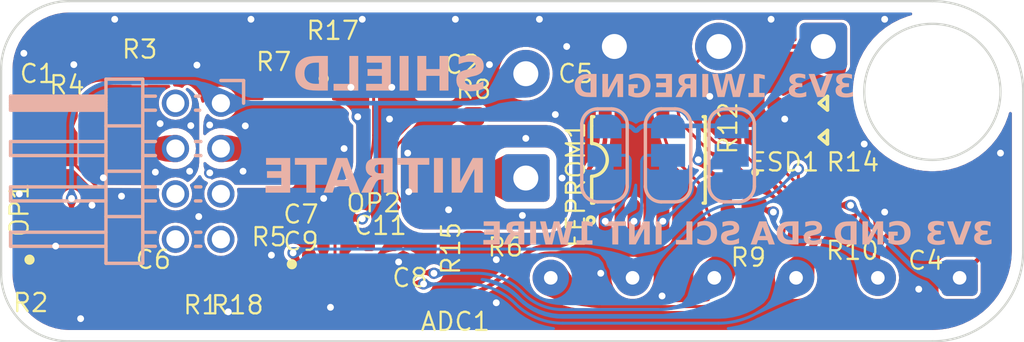
<source format=kicad_pcb>
(kicad_pcb (version 20221018) (generator pcbnew)
  (layers (0 "F.Cu" signal) (31 "B.Cu" signal) (34 "B.Paste" user) (35 "F.Paste" user) (36 "B.SilkS" user "B.Silkscreen") (37 "F.SilkS" user "F.Silkscreen") (38 "B.Mask" user) (39 "F.Mask" user) (44 "Edge.Cuts" user))
  (net 0 "")
  (net 1 "/TEMP_OW")
  (net 2 "/GND_IN")
  (net 3 "/SCL")
  (net 4 "/SDA")
  (net 5 "/3V3_IN")
  (net 6 "/INT")
  (net 7 "/VREF")
  (net 8 "/PH_IN")
  (net 9 "/ORP_IN")
  (net 10 "/TEMP_INB")
  (net 11 "/EC_INA")
  (net 12 "/TEMP_INA")
  (net 13 "/EC_INB")
  (net 14 "+3.3V")
  (net 15 "GND")
  (net 16 "/NITRATE_IN")
  (net 17 "/ORP_OUT")
  (net 18 "/PH_OUT")
  (net 19 "/NITRATE_OUT")
  (net 21 "Net-(LED1-C)")
  (net 23 "Net-(EEPROM1-A0)")
  (net 24 "Net-(EEPROM1-A1)")
  (net 25 "Net-(EEPROM1-A2)")
  (net 26 "/PH_RING")
  (net 27 "/ORP_RING")
  (net 28 "/NITRATE_RING")
  (net 29 "Net-(C6-Pad1)")
  (net 30 "Net-(LED2-C)")
  (net 31 "Net-(OP1-Pad7)")
  (net 32 "Net-(OP2-Pad7)")
  (net 33 "Net-(OP2-Pad1)")
  (footprint "footprint:SOT-23-6_L2.9-W1.6-P0.95-LS2.8-BR" (layer "F.Cu") (at 34.5 9 180)
    (fp_text reference "ESD1")
    (fp_text value "SRV05")
  )
  (footprint "footprint:0603_1608Metric" (layer "F.Cu") (at 6.68 13.62 180)
    (fp_text reference "R1")
    (fp_text value "22k")
  )
  (footprint "footprint:0402_1005Metric" (layer "F.Cu") (at 32 9.8 -90)
    (fp_text reference "R9")
    (fp_text value "0402,4.7k")
  )
  (footprint "footprint:0402_1005Metric" (layer "F.Cu") (at 14.7 10.7)
    (fp_text reference "C9")
    (fp_text value "0402,20pF,50V,C0G ")
  )
  (footprint "footprint:0402_1005Metric" (layer "F.Cu") (at 32 7.5 90)
    (fp_text reference "R12")
    (fp_text value "0402,2.2k")
  )
  (footprint "footprint:0603_1608Metric" (layer "F.Cu") (at 6.1 4 90)
    (fp_text reference "R3")
    (fp_text value "10k")
  )
  (footprint "footprint:0402_1005Metric" (layer "F.Cu") (at 33.5 6 180)
    (fp_text reference "R13" hide)
    (fp_text value "0402,10k")
  )
  (footprint "footprint:MSOP-10_L3.0-W3.0-P0.50-LS5.0-BL" (layer "F.Cu") (at 14.4 13 -90)
    (fp_text reference "ADC1")
    (fp_text value "ADS1015" hide)
  )
  (footprint "footprint:SOIC-8_L4.9-W3.9-P1.27-LS6.0-BL" (layer "F.Cu") (at 3.7 9.2)
    (fp_text reference "OP1")
    (fp_text value "MCP6002" hide)
  )
  (footprint "footprint:0603_1608Metric" (layer "F.Cu") (at 3.8 4.8 180)
    (fp_text reference "R4")
    (fp_text value "22k")
  )
  (footprint "footprint:0402_1005Metric" (layer "F.Cu") (at 33.5 4.5 180)
    (fp_text reference "R11" hide)
    (fp_text value "0402,10k")
  )
  (footprint "footprint:LED0603" (layer "F.Cu") (at 36.2 4.5)
    (fp_text reference "LED1" hide)
    (fp_text value "0603,Green")
  )
  (footprint "footprint:0603_1608Metric" (layer "F.Cu") (at 43.5 9.3375 -90)
    (fp_text reference "FB1" hide)
    (fp_text value "0603,200mA" hide)
  )
  (footprint "footprint:LED0603" (layer "F.Cu") (at 36.2 6)
    (fp_text reference "LED2" hide)
    (fp_text value "0603,Green")
  )
  (footprint "footprint:0402_1005Metric" (layer "F.Cu") (at 7.25 12.25)
    (fp_text reference "C6")
    (fp_text value "100nF")
  )
  (footprint "footprint:0402_1005Metric" (layer "F.Cu") (at 16.7 10.7 180)
    (fp_text reference "C11")
    (fp_text value "0402,20pF,50V,C0G ")
  )
  (footprint "footprint:0402_1005Metric" (layer "F.Cu") (at 25.4 4.6 -90)
    (fp_text reference "C5")
    (fp_text value "100nF")
  )
  (footprint "footprint:0402_1005Metric" (layer "F.Cu") (at 41.5 9.4375 180)
    (fp_text reference "C3" hide)
    (fp_text value "100nF")
  )
  (footprint "footprint:0402_1005Metric" (layer "F.Cu") (at 1.7 4.6 90)
    (fp_text reference "C1")
    (fp_text value "100nF")
  )
  (footprint "footprint:SOIC-8_L4.9-W3.9-P1.27-LS6.0-BL" (layer "F.Cu") (at 16.4 5.865 -90)
    (fp_text reference "OP2")
    (fp_text value "MCP6002")
  )
  (footprint "footprint:SOIC-8_L5.0-W4.0-P1.27-LS6.0-BL" (layer "F.Cu") (at 28.5 7)
    (fp_text reference "EEPROM1")
    (fp_text value "M24C64-RMN6TP")
  )
  (footprint "footprint:0402_1005Metric" (layer "F.Cu") (at 41.5 8.4375 180)
    (fp_text reference "C10" hide)
    (fp_text value "0402,1uF,25V,X5R " hide)
  )
  (footprint "footprint:0402_1005Metric" (layer "F.Cu") (at 37.5 8 180)
    (fp_text reference "R14")
    (fp_text value "0402,4.7k" hide)
  )
  (footprint "footprint:0402_1005Metric" (layer "F.Cu") (at 18 13.6 -90)
    (fp_text reference "C8")
    (fp_text value "0402,100nF,16V,X7R " hide)
  )
  (footprint "footprint:0603_1608Metric" (layer "F.Cu") (at 14.6 2.5 180)
    (fp_text reference "R17")
    (fp_text value "0603,100")
  )
  (footprint "footprint:0603_1608Metric" (layer "F.Cu") (at 12 8.4 -90)
    (fp_text reference "R5")
    (fp_text value "10k")
  )
  (footprint "footprint:0402_1005Metric" (layer "F.Cu") (at 18.6 2.8 180)
    (fp_text reference "C2")
    (fp_text value "100nF")
  )
  (footprint "footprint:0603_1608Metric" (layer "F.Cu") (at 3.5 13.62 180)
    (fp_text reference "R2")
    (fp_text value "22k")
  )
  (footprint "footprint:0603_1608Metric" (layer "F.Cu") (at 39.5 9.3375 -90)
    (fp_text reference "FB2" hide)
    (fp_text value "0603,200mA")
  )
  (footprint "footprint:0603_1608Metric" (layer "F.Cu") (at 20.8 5.9 90)
    (fp_text reference "R8")
    (fp_text value "22k")
  )
  (footprint "footprint:0603_1608Metric" (layer "F.Cu") (at 9.8 12.1 180)
    (fp_text reference "R18")
    (fp_text value "0603,100")
  )
  (footprint "footprint:0402_1005Metric" (layer "F.Cu") (at 37.5 10 180)
    (fp_text reference "R10")
    (fp_text value "0402,4.7k")
  )
  (footprint "footprint:0603_1608Metric" (layer "F.Cu") (at 20.8 9.7 -90)
    (fp_text reference "R6")
    (fp_text value "10k")
  )
  (footprint "footprint:0402_1005Metric" (layer "F.Cu") (at 14.7 9.5)
    (fp_text reference "C7")
    (fp_text value "0402,20pF,50V,C0G ")
  )
  (footprint "footprint:0603_1608Metric" (layer "F.Cu") (at 12 4.6 90)
    (fp_text reference "R7")
    (fp_text value "22k")
  )
  (footprint "footprint:0603_1608Metric" (layer "F.Cu") (at 18.7 10 90)
    (fp_text reference "R15")
    (fp_text value "0603,100")
  )
  (footprint "footprint:0402_1005Metric" (layer "F.Cu") (at 41.5 10.4375 180)
    (fp_text reference "C4")
    (fp_text value "0402,10uF,6.3V,X5R " hide)
  )
  (footprint "Jumper:SolderJumper-3_P1.3mm_Bridged12_RoundedPad1.0x1.5mm_NumberLabels" (layer "B.Cu") (at 29.364999 6.8 90)
    (fp_text reference "JP2" hide)
    (fp_text value "SolderJumper_3_Bridged12" hide)
  )
  (footprint "Jumper:SolderJumper-3_P1.3mm_Bridged12_RoundedPad1.0x1.5mm_NumberLabels" (layer "B.Cu") (at 32.164999 6.8 90)
    (fp_text reference "JP3" hide)
    (fp_text value "SolderJumper_3_Bridged12" hide)
  )
  (footprint "Connector_Wire:SolderWire-0.5sqmm_1x03_P4.6mm_D0.9mm_OD2.1mm" (layer "B.Cu") (at 36.2 2 180)
    (fp_text reference "J2" hide)
    (fp_text value "Conn_01x03_Socket" hide)
  )
  (footprint "Connector_PinHeader_2.00mm:PinHeader_2x04_P2.00mm_Horizontal" (layer "B.Cu") (at 9.675 4.5 180)
    (fp_text reference "J1" hide)
    (fp_text value "Conn_02x04_Odd_Even" hide)
  )
  (footprint "Jumper:SolderJumper-3_P1.3mm_Bridged12_RoundedPad1.0x1.5mm_NumberLabels" (layer "B.Cu") (at 26.564999 6.8 90)
    (fp_text reference "JP1" hide)
    (fp_text value "SolderJumper_3_Bridged12" hide)
  )
  (footprint "Connector_Wire:SolderWire-0.5sqmm_1x02_P4.6mm_D0.9mm_OD2.1mm" (layer "B.Cu") (at 23.1 7.8 90)
    (fp_text reference "J3" hide)
    (fp_text value "Conn_01x02_Socket" hide)
  )
  (footprint "Connector_Wire:SolderWire-0.1sqmm_1x06_P3.6mm_D0.4mm_OD1mm" (layer "B.Cu") (at 42.2 12.2 180)
    (fp_text reference "J4" hide)
    (fp_text value "Conn_01x06")
  )
  (gr_arc (start 0 3) (mid 0.87868 0.87868) (end 3 0) (stroke (width 0.1)) (layer "Edge.Cuts"))
  (gr_arc (start 3 15) (mid 0.878679 14.121321) (end 0 12) (stroke (width 0.1)) (layer "Edge.Cuts"))
  (gr_line (start 41 15) (end 3 15) (stroke (width 0.1)) (layer "Edge.Cuts"))
  (gr_arc (start 45 11) (mid 43.828427 13.828427) (end 41 15) (stroke (width 0.1)) (layer "Edge.Cuts"))
  (gr_line (start 45 11) (end 45 4) (stroke (width 0.1)) (layer "Edge.Cuts"))
  (gr_circle (center 41 4) (end 41 7) (stroke (width 0.1)) (fill none) (layer "Edge.Cuts"))
  (gr_arc (start 41 0) (mid 43.828427 1.171573) (end 45 4) (stroke (width 0.1)) (layer "Edge.Cuts"))
  (gr_line (start 3 0) (end 41 0) (stroke (width 0.1)) (layer "Edge.Cuts"))
  (gr_line (start 0 12) (end 0 3) (stroke (width 0.1)) (layer "Edge.Cuts"))
  (gr_text "GND" (at 28.662697 4.4) (layer "B.SilkS") (effects (font (size 1 1) (thickness 0.25) bold) (justify left bottom mirror)))
  (gr_text "3V3" (at 43.7 10.9) (layer "B.SilkS") (effects (font (size 1 1) (thickness 0.25) bold) (justify left bottom mirror)))
  (gr_text "SDA" (at 36.242775 10.9) (layer "B.SilkS") (effects (font (size 1 1) (thickness 0.25) bold) (justify left bottom mirror)))
  (gr_text "1WIRE" (at 26.2 10.9) (layer "B.SilkS") (effects (font (size 1 1) (thickness 0.25) bold) (justify left bottom mirror)))
  (gr_text "GND" (at 40.111092 10.9) (layer "B.SilkS") (effects (font (size 1 1) (thickness 0.25) bold) (justify left bottom mirror)))
  (gr_text "1WIRE" (at 33.779569 4.4) (layer "B.SilkS") (effects (font (size 1 1) (thickness 0.25) bold) (justify left bottom mirror)))
  (gr_text "INT" (at 29.208583 10.9) (layer "B.SilkS") (effects (font (size 1 1) (thickness 0.25) bold) (justify left bottom mirror)))
  (gr_text "SCL" (at 32.598184 10.9) (layer "B.SilkS") (effects (font (size 1 1) (thickness 0.25) bold) (justify left bottom mirror)))
  (gr_text "SHIELD" (at 21.4 4.2) (layer "B.SilkS") (effects (font (size 1.5 1.5) (thickness 0.3) bold) (justify left bottom mirror)))
  (gr_text "3V3" (at 37.6 4.4) (layer "B.SilkS") (effects (font (size 1 1) (thickness 0.25) bold) (justify left bottom mirror)))
  (gr_text "NITRATE" (at 21.4 8.7) (layer "B.SilkS") (effects (font (size 1.5 1.5) (thickness 0.3) bold) (justify left bottom mirror)))
  (segment (start 29.795802 4.724145) (end 29.795802 4.113) (width 0.13) (layer "F.Cu") (net 1))
  (segment (start 33.043902 7.943953) (end 32.12175 7.021801) (width 0.13) (layer "F.Cu") (net 1))
  (segment (start 29.795803 3.824247) (end 29.795802 4.113) (width 0.13) (layer "F.Cu") (net 1))
  (segment (start 34.499994 9.438634) (end 34.5 9.803571) (width 0.13) (layer "F.Cu") (net 1))
  (segment (start 29.897893 3.433405) (end 31.236298 2.095) (width 0.13) (layer "F.Cu") (net 1))
  (segment (start 24.8345 12.8345) (end 24.2 12.2) (width 0.13) (layer "F.Cu") (net 1))
  (segment (start 30.755508 13.469) (end 26.366318 13.469) (width 0.13) (layer "F.Cu") (net 1))
  (segment (start 34.002499 11.004643) (end 32.091547 12.915595) (width 0.13) (layer "F.Cu") (net 1))
  (segment (start 29.795804 3.679871) (end 29.795803 3.824247) (width 0.13) (layer "F.Cu") (net 1))
  (segment (start 31.387736 6.830074) (end 30.159251 5.601589) (width 0.13) (layer "F.Cu") (net 1))
  (segment (start 33.556122 8.156122) (end 34.260528 8.860528) (width 0.13) (layer "F.Cu") (net 1))
  (segment (start 32.044974 6.99) (end 31.773831 6.99) (width 0.13) (layer "F.Cu") (net 1))
  (segment (start 31.465649 2) (end 31.6 2) (width 0.13) (layer "F.Cu") (net 1))
  (arc (start 32.044974 6.99) (mid 32.086525 6.998264) (end 32.12175 7.021801) (width 0.13) (layer "F.Cu") (net 1))
  (arc (start 29.897893 3.433405) (mid 29.822336 3.546484) (end 29.795804 3.679871) (width 0.13) (layer "F.Cu") (net 1))
  (arc (start 31.773831 6.99) (mid 31.564877 6.948436) (end 31.387736 6.830074) (width 0.13) (layer "F.Cu") (net 1))
  (arc (start 34.499994 9.438634) (mid 34.437756 9.125765) (end 34.260528 8.860528) (width 0.13) (layer "F.Cu") (net 1))
  (arc (start 33.300012 8.050038) (mid 33.161406 8.022467) (end 33.043902 7.943953) (width 0.13) (layer "F.Cu") (net 1))
  (arc (start 34.002499 11.004643) (mid 34.370703 10.453586) (end 34.5 9.803571) (width 0.13) (layer "F.Cu") (net 1))
  (arc (start 29.795802 4.724145) (mid 29.890259 5.199015) (end 30.159251 5.601589) (width 0.13) (layer "F.Cu") (net 1))
  (arc (start 33.556122 8.156122) (mid 33.438617 8.077608) (end 33.300012 8.050038) (width 0.13) (layer "F.Cu") (net 1))
  (arc (start 31.465649 2) (mid 31.341525 2.024689) (end 31.236298 2.095) (width 0.13) (layer "F.Cu") (net 1))
  (arc (start 26.366318 13.469) (mid 25.537304 13.304098) (end 24.8345 12.8345) (width 0.13) (layer "F.Cu") (net 1))
  (arc (start 30.755508 13.469) (mid 31.478567 13.325175) (end 32.091547 12.915595) (width 0.13) (layer "F.Cu") (net 1))
  (segment (start 34 9.3) (end 33.874219 9.3) (width 0.2) (layer "F.Cu") (net 2))
  (segment (start 38.6 11.361396) (end 38.6 12.2) (width 0.2) (layer "F.Cu") (net 2))
  (segment (start 33.299993 9) (end 33.149987 9) (width 0.2) (layer "F.Cu") (net 2))
  (segment (start 33.521678 9.07324) (end 33.659497 9.211059) (width 0.2) (layer "F.Cu") (net 2))
  (segment (start 40.681256 10.1625) (end 39.5 10.1625) (width 0.2) (layer "F.Cu") (net 2))
  (segment (start 40.8925 10.25) (end 40.98 10.3375) (width 0.2) (layer "F.Cu") (net 2))
  (via (at 34 9.3) (size 0.5) (drill 0.3) (layers "F.Cu" "B.Cu") (net 2))
  (arc (start 40.681256 10.1625) (mid 40.79558 10.18524) (end 40.8925 10.25) (width 0.2) (layer "F.Cu") (net 2))
  (arc (start 38.6 11.361396) (mid 38.716951 10.773442) (end 39.05 10.275) (width 0.2) (layer "F.Cu") (net 2))
  (arc (start 33.874219 9.3) (mid 33.758012 9.276884) (end 33.659497 9.211059) (width 0.2) (layer "F.Cu") (net 2))
  (arc (start 33.521678 9.07324) (mid 33.4164 9.019219) (end 33.299993 9) (width 0.2) (layer "F.Cu") (net 2))
  (segment (start 34 9.3) (end 34 9.579142) (width 0.2) (layer "B.Cu") (net 2))
  (segment (start 37.766135 11.366135) (end 38.6 12.2) (width 0.2) (layer "B.Cu") (net 2))
  (segment (start 35.836526 10.566865) (end 35.046085 10.566865) (width 0.2) (layer "B.Cu") (net 2))
  (segment (start 34.524072 10.382356) (end 34.197383 10.055667) (width 0.2) (layer "B.Cu") (net 2))
  (arc (start 34.197383 10.055667) (mid 34.051298 9.837035) (end 34 9.579142) (width 0.2) (layer "B.Cu") (net 2))
  (arc (start 34.524072 10.382356) (mid 34.769642 10.518892) (end 35.046085 10.566865) (width 0.2) (layer "B.Cu") (net 2))
  (arc (start 35.836526 10.566865) (mid 36.880822 10.774588) (end 37.766135 11.366135) (width 0.2) (layer "B.Cu") (net 2))
  (segment (start 31.371293 9.681293) (end 32 10.31) (width 0.13) (layer "F.Cu") (net 3))
  (segment (start 32 10.31) (end 32 11.199845) (width 0.13) (layer "F.Cu") (net 3))
  (segment (start 33.149987 10.199987) (end 33.149987 9.949962) (width 0.13) (layer "F.Cu") (net 3))
  (segment (start 31.754204 11.793248) (end 31.36603 12.181421) (width 0.13) (layer "F.Cu") (net 3))
  (segment (start 31.418578 12.181421) (end 32.973192 10.626807) (width 0.13) (layer "F.Cu") (net 3))
  (segment (start 29.891642 7.191642) (end 30.657116 7.957116) (width 0.13) (layer "F.Cu") (net 3))
  (segment (start 19.055273 12) (end 16.6 12) (width 0.13) (layer "F.Cu") (net 3))
  (segment (start 29.135001 5.364948) (end 29.135001 4.294895) (width 0.13) (layer "F.Cu") (net 3))
  (via (at 19.055273 12) (size 0.5) (drill 0.3) (layers "F.Cu" "B.Cu") (net 3))
  (arc (start 31.754204 11.793248) (mid 31.93612 11.520992) (end 32 11.199845) (width 0.13) (layer "F.Cu") (net 3))
  (arc (start 29.135001 5.364948) (mid 29.331645 6.353547) (end 29.891642 7.191642) (width 0.13) (layer "F.Cu") (net 3))
  (arc (start 31.418578 12.181421) (mid 31.399999 12.189116) (end 31.381421 12.181421) (width 0.13) (layer "F.Cu") (net 3))
  (arc (start 31.373726 12.2) (mid 31.363671 12.193281) (end 31.36603 12.181421) (width 0.13) (layer "F.Cu") (net 3))
  (arc (start 31.373726 12.2) (mid 31.38378 12.193281) (end 31.381421 12.181421) (width 0.13) (layer "F.Cu") (net 3))
  (arc (start 31.418578 12.181421) (mid 31.397999 12.195171) (end 31.373726 12.2) (width 0.13) (layer "F.Cu") (net 3))
  (arc (start 31.371293 9.681293) (mid 31.107009 9.285763) (end 31.014205 8.819205) (width 0.13) (layer "F.Cu") (net 3))
  (arc (start 33.149987 10.199987) (mid 33.104039 10.43098) (end 32.973192 10.626807) (width 0.13) (layer "F.Cu") (net 3))
  (arc (start 31.014205 8.819205) (mid 30.9214 8.352645) (end 30.657116 7.957116) (width 0.13) (layer "F.Cu") (net 3))
  (segment (start 24.713499 13.6) (end 29.01005 13.6) (width 0.13) (layer "B.Cu") (net 3))
  (segment (start 30.7 12.9) (end 31.4 12.2) (width 0.13) (layer "B.Cu") (net 3))
  (segment (start 22.983349 12.883349) (end 22.9 12.8) (width 0.13) (layer "B.Cu") (net 3))
  (segment (start 20.968629 12) (end 19.055273 12) (width 0.13) (layer "B.Cu") (net 3))
  (arc (start 24.713499 13.6) (mid 23.777149 13.413749) (end 22.983349 12.883349) (width 0.13) (layer "B.Cu") (net 3))
  (arc (start 20.968629 12) (mid 22.013879 12.207913) (end 22.9 12.8) (width 0.13) (layer "B.Cu") (net 3))
  (arc (start 29.01005 13.6) (mid 29.924644 13.418075) (end 30.7 12.9) (width 0.13) (layer "B.Cu") (net 3))
  (segment (start 33.867443 7.545679) (end 34.754651 8.432887) (width 0.13) (layer "F.Cu") (net 4))
  (segment (start 35.850013 10.919647) (end 35.850013 9.985344) (width 0.13) (layer "F.Cu") (net 4))
  (segment (start 35.81463 9.949962) (end 35.714118 9.949962) (width 0.13) (layer "F.Cu") (net 4))
  (segment (start 16.653137 12.469) (end 18.6 12.469) (width 0.13) (layer "F.Cu") (net 4))
  (segment (start 35.482132 9.85387) (end 35.244979 9.616717) (width 0.13) (layer "F.Cu") (net 4))
  (segment (start 16.615563 12.484563) (end 16.6 12.500127) (width 0.13) (layer "F.Cu") (net 4))
  (segment (start 35.475006 11.824993) (end 35.135355 12.164644) (width 0.13) (layer "F.Cu") (net 4))
  (segment (start 35.05 12.2) (end 35 12.2) (width 0.13) (layer "F.Cu") (net 4))
  (segment (start 32.651499 6.670961) (end 33.284934 7.304396) (width 0.13) (layer "F.Cu") (net 4))
  (segment (start 35.935433 10) (end 36.99 10) (width 0.13) (layer "F.Cu") (net 4))
  (segment (start 31.319038 6.119038) (end 30.726776 5.526776) (width 0.13) (layer "F.Cu") (net 4))
  (segment (start 30.405004 4.749949) (end 30.405004 4.294895) (width 0.13) (layer "F.Cu") (net 4))
  (via (at 18.6 12.469) (size 0.5) (drill 0.3) (layers "F.Cu" "B.Cu") (net 4))
  (arc (start 33.867443 7.545679) (mid 33.733814 7.456391) (end 33.576189 7.425038) (width 0.13) (layer "F.Cu") (net 4))
  (arc (start 30.405004 4.749949) (mid 30.488629 5.170364) (end 30.726776 5.526776) (width 0.13) (layer "F.Cu") (net 4))
  (arc (start 35.935433 10) (mid 35.902744 9.993497) (end 35.875032 9.974981) (width 0.13) (layer "F.Cu") (net 4))
  (arc (start 16.653137 12.469) (mid 16.632802 12.473044) (end 16.615563 12.484563) (width 0.13) (layer "F.Cu") (net 4))
  (arc (start 35.850013 10.919647) (mid 35.752551 11.409617) (end 35.475006 11.824993) (width 0.13) (layer "F.Cu") (net 4))
  (arc (start 35.05 12.2) (mid 35.096193 12.190811) (end 35.135355 12.164644) (width 0.13) (layer "F.Cu") (net 4))
  (arc (start 34.754651 8.432887) (mid 34.917743 8.676971) (end 34.975013 8.964887) (width 0.13) (layer "F.Cu") (net 4))
  (arc (start 35.850013 9.985344) (mid 35.839649 9.960325) (end 35.81463 9.949962) (width 0.13) (layer "F.Cu") (net 4))
  (arc (start 35.244979 9.616717) (mid 35.045175 9.317689) (end 34.975013 8.964887) (width 0.13) (layer "F.Cu") (net 4))
  (arc (start 35.850013 9.985344) (mid 35.85906 9.971803) (end 35.875032 9.974981) (width 0.13) (layer "F.Cu") (net 4))
  (arc (start 35.714118 9.949962) (mid 35.588568 9.924988) (end 35.482132 9.85387) (width 0.13) (layer "F.Cu") (net 4))
  (arc (start 31.985269 6.395) (mid 32.34583 6.466719) (end 32.651499 6.670961) (width 0.13) (layer "F.Cu") (net 4))
  (arc (start 31.985269 6.395) (mid 31.624707 6.323279) (end 31.319038 6.119038) (width 0.13) (layer "F.Cu") (net 4))
  (arc (start 35.81463 9.949962) (mid 35.847319 9.956464) (end 35.875032 9.974981) (width 0.13) (layer "F.Cu") (net 4))
  (arc (start 33.576189 7.425038) (mid 33.418563 7.393684) (end 33.284934 7.304396) (width 0.13) (layer "F.Cu") (net 4))
  (segment (start 31.585786 14.2) (end 24.724001 14.2) (width 0.13) (layer "B.Cu") (net 4))
  (segment (start 34 13.2) (end 35 12.2) (width 0.13) (layer "B.Cu") (net 4))
  (segment (start 20.544998 12.469) (end 18.6 12.469) (width 0.13) (layer "B.Cu") (net 4))
  (arc (start 22.6345 13.3345) (mid 21.675828 12.693936) (end 20.544998 12.469) (width 0.13) (layer "B.Cu") (net 4))
  (arc (start 22.6345 13.3345) (mid 23.593171 13.975063) (end 24.724001 14.2) (width 0.13) (layer "B.Cu") (net 4))
  (arc (start 34 13.2) (mid 32.892349 13.940108) (end 31.585786 14.2) (width 0.13) (layer "B.Cu") (net 4))
  (segment (start 42.298743 10.1625) (end 43.5 10.1625) (width 0.2) (layer "F.Cu") (net 5))
  (segment (start 43.11993 11.280069) (end 42.2 12.2) (width 0.2) (layer "F.Cu") (net 5))
  (segment (start 37.4 9) (end 35.850013 9) (width 0.2) (layer "F.Cu") (net 5))
  (segment (start 42.0875 10.25) (end 42 10.3375) (width 0.2) (layer "F.Cu") (net 5))
  (via (at 37.4 9) (size 0.5) (drill 0.3) (layers "F.Cu" "B.Cu") (net 5))
  (arc (start 43.11993 11.280069) (mid 43.401223 10.859085) (end 43.5 10.3625) (width 0.2) (layer "F.Cu") (net 5))
  (arc (start 42.298743 10.1625) (mid 42.184419 10.18524) (end 42.0875 10.25) (width 0.2) (layer "F.Cu") (net 5))
  (segment (start 41.393618 12.2) (end 42.2 12.2) (width 0.2) (layer "B.Cu") (net 5))
  (segment (start 37.4 9.006382) (end 37.4 9) (width 0.2) (layer "B.Cu") (net 5))
  (segment (start 40.017037 11.629801) (end 37.404512 9.017276) (width 0.2) (layer "B.Cu") (net 5))
  (arc (start 40.017037 11.629801) (mid 40.648617 12.05181) (end 41.393618 12.2) (width 0.2) (layer "B.Cu") (net 5))
  (arc (start 37.4 9.006382) (mid 37.401172 9.012278) (end 37.404512 9.017276) (width 0.2) (layer "B.Cu") (net 5))
  (segment (start 35.850013 8.050038) (end 36.904579 8.050038) (width 0.13) (layer "F.Cu") (net 6))
  (segment (start 35.082437 8.050038) (end 35.850013 8.050038) (width 0.13) (layer "F.Cu") (net 6))
  (segment (start 35.010057 8.020057) (end 32.99 6) (width 0.13) (layer "F.Cu") (net 6))
  (segment (start 36.964981 8.025019) (end 36.99 8) (width 0.13) (layer "F.Cu") (net 6))
  (segment (start 13.12 11.554938) (end 13.12 12.090627) (width 0.13) (layer "F.Cu") (net 6))
  (segment (start 12.96263 12.342757) (end 13.052986 12.252407) (width 0.13) (layer "F.Cu") (net 6))
  (segment (start 12.853503 11.1) (end 12.986751 11.233248) (width 0.13) (layer "F.Cu") (net 6))
  (segment (start 12.582706 12.500127) (end 12.2 12.500127) (width 0.13) (layer "F.Cu") (net 6))
  (segment (start 35.1 7.947676) (end 35.1 7.4) (width 0.13) (layer "F.Cu") (net 6))
  (via (at 35.1 7.4) (size 0.5) (drill 0.3) (layers "F.Cu" "B.Cu") (net 6))
  (via (at 12.853503 11.1) (size 0.5) (drill 0.3) (layers "F.Cu" "B.Cu") (net 6))
  (arc (start 12.96263 12.342757) (mid 12.788319 12.459227) (end 12.582706 12.500127) (width 0.13) (layer "F.Cu") (net 6))
  (arc (start 35.070019 8.020057) (mid 35.040038 8.032475) (end 35.010057 8.020057) (width 0.13) (layer "F.Cu") (net 6))
  (arc (start 35.070019 8.020057) (mid 35.092208 7.986848) (end 35.1 7.947676) (width 0.13) (layer "F.Cu") (net 6))
  (arc (start 13.12 12.090627) (mid 13.102584 12.178182) (end 13.052986 12.252407) (width 0.13) (layer "F.Cu") (net 6))
  (arc (start 36.964981 8.025019) (mid 36.937268 8.043535) (end 36.904579 8.050038) (width 0.13) (layer "F.Cu") (net 6))
  (arc (start 13.12 11.554938) (mid 13.085369 11.38084) (end 12.986751 11.233248) (width 0.13) (layer "F.Cu") (net 6))
  (arc (start 35.082437 8.050038) (mid 35.043265 8.042246) (end 35.010057 8.020057) (width 0.13) (layer "F.Cu") (net 6))
  (arc (start 35.070019 8.020057) (mid 35.066211 8.039196) (end 35.082437 8.050038) (width 0.13) (layer "F.Cu") (net 6))
  (segment (start 27.746966 12.146966) (end 27.1655 11.5655) (width 0.13) (layer "B.Cu") (net 6))
  (segment (start 34.3375 8.1625) (end 35.1 7.4) (width 0.13) (layer "B.Cu") (net 6))
  (segment (start 27.95 12.2) (end 27.875 12.2) (width 0.13) (layer "B.Cu") (net 6))
  (segment (start 12.853503 11.1) (end 12.938003 11.0155) (width 0.13) (layer "B.Cu") (net 6))
  (segment (start 28.206066 12.093933) (end 30.597182 9.702817) (width 0.13) (layer "B.Cu") (net 6))
  (segment (start 32.475 8.925) (end 32.496662 8.925) (width 0.13) (layer "B.Cu") (net 6))
  (segment (start 25.633681 10.931) (end 13.142004 10.931) (width 0.13) (layer "B.Cu") (net 6))
  (arc (start 32.475 8.925) (mid 31.458732 9.127148) (end 30.597182 9.702817) (width 0.13) (layer "B.Cu") (net 6))
  (arc (start 28.206066 12.093933) (mid 28.088581 12.172434) (end 27.95 12.2) (width 0.13) (layer "B.Cu") (net 6))
  (arc (start 34.3375 8.1625) (mid 33.492916 8.726832) (end 32.496662 8.925) (width 0.13) (layer "B.Cu") (net 6))
  (arc (start 25.633681 10.931) (mid 26.462695 11.095901) (end 27.1655 11.5655) (width 0.13) (layer "B.Cu") (net 6))
  (arc (start 12.938003 11.0155) (mid 13.031599 10.95296) (end 13.142004 10.931) (width 0.13) (layer "B.Cu") (net 6))
  (arc (start 27.875 12.2) (mid 27.805708 12.186216) (end 27.746966 12.146966) (width 0.13) (layer "B.Cu") (net 6))
  (segment (start 15 11.058492) (end 15 12.913028) (width 0.2) (layer "F.Cu") (net 7))
  (segment (start 15.284246 10.7) (end 16.19 10.7) (width 0.2) (layer "F.Cu") (net 7))
  (segment (start 15.21 9.6) (end 15.21 10.625753) (width 0.2) (layer "F.Cu") (net 7))
  (segment (start 15.105 10.805) (end 15.1575 10.7525) (width 0.2) (layer "F.Cu") (net 7))
  (segment (start 3.1 8.7) (end 3.1 11.840251) (width 0.2) (layer "F.Cu") (net 7))
  (segment (start 16.086971 14) (end 16.6 14) (width 0.2) (layer "F.Cu") (net 7))
  (segment (start 3.040251 11.9) (end 1.795 11.9) (width 0.2) (layer "F.Cu") (net 7))
  (segment (start 15.21 9.6) (end 15.9 9.6) (width 0.2) (layer "F.Cu") (net 7))
  (via (at 3.1 8.7) (size 0.5) (drill 0.3) (layers "F.Cu" "B.Cu") (net 7))
  (via (at 15.9 9.6) (size 0.5) (drill 0.3) (layers "F.Cu" "B.Cu") (net 7))
  (arc (start 15.284246 10.7) (mid 15.231746 10.678253) (end 15.21 10.625753) (width 0.2) (layer "F.Cu") (net 7))
  (arc (start 3.0825 11.8825) (mid 3.063116 11.895451) (end 3.040251 11.9) (width 0.2) (layer "F.Cu") (net 7))
  (arc (start 16.086971 14) (mid 15.671005 13.917259) (end 15.318366 13.681633) (width 0.2) (layer "F.Cu") (net 7))
  (arc (start 15 12.913028) (mid 15.08274 13.328994) (end 15.318366 13.681633) (width 0.2) (layer "F.Cu") (net 7))
  (arc (start 15 11.058492) (mid 15.027288 10.921303) (end 15.105 10.805) (width 0.2) (layer "F.Cu") (net 7))
  (arc (start 3.0825 11.8825) (mid 3.095451 11.863116) (end 3.1 11.840251) (width 0.2) (layer "F.Cu") (net 7))
  (arc (start 15.21 10.625753) (mid 15.196355 10.694348) (end 15.1575 10.7525) (width 0.2) (layer "F.Cu") (net 7))
  (arc (start 15.284246 10.7) (mid 15.215651 10.713644) (end 15.1575 10.7525) (width 0.2) (layer "F.Cu") (net 7))
  (segment (start 15.9 9.6) (end 16.2 9.3) (width 0.2) (layer "B.Cu") (net 7))
  (segment (start 22.45 3.85) (end 23.1 3.2) (width 0.2) (layer "B.Cu") (net 7))
  (segment (start 8.458688 3.575) (end 5.020495 3.575) (width 0.2) (layer "B.Cu") (net 7))
  (segment (start 10.002036 4.5) (end 20.880761 4.5) (width 0.2) (layer "B.Cu") (net 7))
  (segment (start 3.1 5.495495) (end 3.1 8.7) (width 0.2) (layer "B.Cu") (net 7))
  (segment (start 16.5 8.575735) (end 16.5 4.5) (width 0.2) (layer "B.Cu") (net 7))
  (segment (start 9.44375 4.26875) (end 8.955989 3.780989) (width 0.2) (layer "B.Cu") (net 7))
  (arc (start 8.458688 3.575) (mid 8.727825 3.628535) (end 8.955989 3.780989) (width 0.2) (layer "B.Cu") (net 7))
  (arc (start 3.6625 4.1375) (mid 3.246188 4.760553) (end 3.1 5.495495) (width 0.2) (layer "B.Cu") (net 7))
  (arc (start 16.5 8.575735) (mid 16.422032 8.967704) (end 16.2 9.3) (width 0.2) (layer "B.Cu") (net 7))
  (arc (start 3.6625 4.1375) (mid 4.285553 3.721188) (end 5.020495 3.575) (width 0.2) (layer "B.Cu") (net 7))
  (arc (start 9.44375 4.26875) (mid 9.699893 4.4399) (end 10.002036 4.5) (width 0.2) (layer "B.Cu") (net 7))
  (arc (start 20.880761 4.5) (mid 21.730027 4.33107) (end 22.45 3.85) (width 0.2) (layer "B.Cu") (net 7))
  (segment (start 7.675 6.5) (end 5.605 6.5) (width 0.6) (layer "F.Cu") (net 8))
  (segment (start 13.565 6.5) (end 9.675 6.5) (width 0.6) (layer "F.Cu") (net 9))
  (segment (start 13.7 6.5) (end 13.665 6.465) (width 0.6) (layer "F.Cu") (net 9))
  (segment (start 37 4.374375) (end 37 4.025171) (width 0.2) (layer "F.Cu") (net 14))
  (segment (start 37 3.954828) (end 37 4.025171) (width 0.2) (layer "F.Cu") (net 14))
  (segment (start 37 4.7475) (end 37 4.755) (width 0.2) (layer "F.Cu") (net 14))
  (segment (start 37 6.417655) (end 37 6.448593) (width 0.2) (layer "F.Cu") (net 14))
  (segment (start 36.4 2.2) (end 36.6 2.4) (width 0.2) (layer "F.Cu") (net 14))
  (segment (start 43.4625 8.475) (end 43.5 8.5125) (width 0.2) (layer "F.Cu") (net 14))
  (segment (start 37 4.7625) (end 37 4.77) (width 0.2) (layer "F.Cu") (net 14))
  (segment (start 26.594996 4.432706) (end 26.594996 5.98491) (width 0.2) (layer "F.Cu") (net 14))
  (segment (start 25.7 9.434314) (end 25.7 8.145621) (width 0.2) (layer "F.Cu") (net 14))
  (segment (start 37 5.582343) (end 37 5.73703) (width 0.2) (layer "F.Cu") (net 14))
  (segment (start 37 5.427656) (end 37 5.131875) (width 0.2) (layer "F.Cu") (net 14))
  (segment (start 25.202253 0.72) (end 31.927304 0.719999) (width 0.2) (layer "F.Cu") (net 14))
  (segment (start 38.039375 7.970625) (end 38.06875 7.94125) (width 0.2) (layer "F.Cu") (net 14))
  (segment (start 1.292165 3.607833) (end 2.225 2.675) (width 0.2) (layer "F.Cu") (net 14))
  (segment (start 37 4.755) (end 37 4.7625) (width 0.2) (layer "F.Cu") (net 14))
  (segment (start 37 4.374375) (end 37 4.625625) (width 0.2) (layer "F.Cu") (net 14))
  (segment (start 37 4.7475) (end 37 4.625625) (width 0.2) (layer "F.Cu") (net 14))
  (segment (start 19.1 2.817071) (end 19.1 3.896234) (width 0.2) (layer "F.Cu") (net 14))
  (segment (start 37 6.355781) (end 37 6.386718) (width 0.2) (layer "F.Cu") (net 14))
  (segment (start 37 5.427656) (end 37 5.582343) (width 0.2) (layer "F.Cu") (net 14))
  (segment (start 37 4.77) (end 37 4.888125) (width 0.2) (layer "F.Cu") (net 14))
  (segment (start 37 6.309375) (end 37 6.355781) (width 0.2) (layer "F.Cu") (net 14))
  (segment (start 31.955 8.01) (end 31.91 8.01) (width 0.2) (layer "F.Cu") (net 14))
  (segment (start 42.01 8.4375) (end 43.371966 8.4375) (width 0.2) (layer "F.Cu") (net 14))
  (segment (start 37 3.365685) (end 37 3.458013) (width 0.2) (layer "F.Cu") (net 14))
  (segment (start 2.1975 13.62) (end 2.675 13.62) (width 0.2) (layer "F.Cu") (net 14))
  (segment (start 37 3.884485) (end 37 3.954828) (width 0.2) (layer "F.Cu") (net 14))
  (segment (start 37 5.73703) (end 37 5.829843) (width 0.2) (layer "F.Cu") (net 14))
  (segment (start 37 6.495) (end 37 6.479531) (width 0.2) (layer "F.Cu") (net 14))
  (segment (start 37.350017 7.340017) (end 37.980625 7.970625) (width 0.2) (layer "F.Cu") (net 14))
  (segment (start 1.4725 6.1775) (end 1.795 6.5) (width 0.2) (layer "F.Cu") (net 14))
  (segment (start 19.11 2.796464) (end 19.11 1.6) (width 0.2) (layer "F.Cu") (net 14))
  (segment (start 36.179698 2.034657) (end 36.179698 2.049018) (width 0.2) (layer "F.Cu") (net 14))
  (segment (start 1.382356 13.282356) (end 1.36 13.26) (width 0.2) (layer "F.Cu") (net 14))
  (segment (start 1.795 9.54285) (end 1.795 6.5) (width 0.2) (layer "F.Cu") (net 14))
  (segment (start 38.01 8.041542) (end 38.01 10) (width 0.2) (layer "F.Cu") (net 14))
  (segment (start 25.754622 4.1) (end 26.262289 4.1) (width 0.2) (layer "F.Cu") (net 14))
  (segment (start 37 6.386718) (end 37 6.417655) (width 0.2) (layer "F.Cu") (net 14))
  (segment (start 25.600954 4.163651) (end 25.537303 4.227303) (width 0.2) (layer "F.Cu") (net 14))
  (segment (start 42.01 8.4375) (end 41.7325 8.16) (width 0.2) (layer "F.Cu") (net 14))
  (segment (start 23.92 1.82) (end 25.020692 2.920692) (width 0.2) (layer "F.Cu") (net 14))
  (segment (start 37 6.185625) (end 37 6.309375) (width 0.2) (layer "F.Cu") (net 14))
  (segment (start 1 11.462149) (end 1 12.390883) (width 0.2) (layer "F.Cu") (net 14))
  (segment (start 37 5.938125) (end 37 6.061875) (width 0.2) (layer "F.Cu") (net 14))
  (segment (start 19.105 2.805) (end 19.1075 2.8025) (width 0.2) (layer "F.Cu") (net 14))
  (segment (start 37 3.884485) (end 37 3.64267) (width 0.2) (layer "F.Cu") (net 14))
  (segment (start 37 6.061875) (end 37 6.185625) (width 0.2) (layer "F.Cu") (net 14))
  (segment (start 22.869669 11.33033) (end 22.20955 11.990448) (width 0.2) (layer "F.Cu") (net 14))
  (segment (start 37 3.458013) (end 37 3.64267) (width 0.2) (layer "F.Cu") (net 14))
  (segment (start 25.3 3.595) (end 25.3 3.919289) (width 0.2) (layer "F.Cu") (net 14))
  (segment (start 23.388873 1.6) (end 4.820279 1.6) (width 0.2) (layer "F.Cu") (net 14))
  (segment (start 42.01 8.4375) (end 42.01 9.4375) (width 0.2) (layer "F.Cu") (net 14))
  (segment (start 37 5.860781) (end 37 5.891719) (width 0.2) (layer "F.Cu") (net 14))
  (segment (start 1.795 5.272175) (end 1.795 6.5) (width 0.2) (layer "F.Cu") (net 14))
  (segment (start 41.062555 7.8825) (end 38.210585 7.8825) (width 0.2) (layer "F.Cu") (net 14))
  (segment (start 18.063639 13.09) (end 19.555 13.09) (width 0.2) (layer "F.Cu") (net 14))
  (segment (start 37 4.888125) (end 37 5.131875) (width 0.2) (layer "F.Cu") (net 14))
  (segment (start 1.15 3.95105) (end 1.15 5.398916) (width 0.2) (layer "F.Cu") (net 14))
  (segment (start 34.717583 1.984006) (end 34.72558 1.992003) (width 0.2) (layer "F.Cu") (net 14))
  (segment (start 17.84636 13) (end 16.6 13) (width 0.2) (layer "F.Cu") (net 14))
  (segment (start 31.607469 7.907469) (end 30.693767 6.993767) (width 0.2) (layer "F.Cu") (net 14))
  (segment (start 37 5.829843) (end 37 5.860781) (width 0.2) (layer "F.Cu") (net 14))
  (segment (start 34.744886 2) (end 36.185644 2) (width 0.2) (layer "F.Cu") (net 14))
  (segment (start 32 8.055) (end 32 9.29) (width 0.2) (layer "F.Cu") (net 14))
  (segment (start 1.7475 5.1575) (end 1.7 5.11) (width 0.2) (layer "F.Cu") (net 14))
  (segment (start 37 5.891719) (end 37 5.938125) (width 0.2) (layer "F.Cu") (net 14))
  (segment (start 37 6.448593) (end 37 6.479531) (width 0.2) (layer "F.Cu") (net 14))
  (segment (start 31.855 8.01) (end 31.955 8.01) (width 0.2) (layer "F.Cu") (net 14))
  (segment (start 24.14 1.16) (end 23.92 1.38) (width 0.2) (layer "F.Cu") (net 14))
  (segment (start 24.15 10.8) (end 24.334314 10.8) (width 0.2) (layer "F.Cu") (net 14))
  (segment (start 25.35 4.04) (end 25.4 4.09) (width 0.2) (layer "F.Cu") (net 14))
  (via (at 30.693767 6.993767) (size 0.5) (drill 0.3) (layers "F.Cu" "B.Cu") (net 14))
  (arc (start 19.036234 3.96) (mid 19.095146 3.948281) (end 19.145089 3.91491) (width 0.2) (layer "F.Cu") (net 14))
  (arc (start 37 3.365685) (mid 36.896043 2.84306) (end 36.6 2.4) (width 0.2) (layer "F.Cu") (net 14))
  (arc (start 38.039375 7.970625) (mid 38.01 7.982792) (end 37.980625 7.970625) (width 0.2) (layer "F.Cu") (net 14))
  (arc (start 38.01 8.041542) (mid 38.002365 8.003162) (end 37.980625 7.970625) (width 0.2) (layer "F.Cu") (net 14))
  (arc (start 19.036234 3.96) (mid 19.081323 3.941323) (end 19.1 3.896234) (width 0.2) (layer "F.Cu") (net 14))
  (arc (start 19.105 2.805) (mid 19.101299 2.810538) (end 19.1 2.817071) (width 0.2) (layer "F.Cu") (net 14))
  (arc (start 25.35 4.04) (mid 25.312994 3.984617) (end 25.3 3.919289) (width 0.2) (layer "F.Cu") (net 14))
  (arc (start 32 8.055) (mid 31.986819 8.02318) (end 31.955 8.01) (width 0.2) (layer "F.Cu") (net 14))
  (arc (start 1 11.462149) (mid 1.103306 10.94279) (end 1.3975 10.5025) (width 0.2) (layer "F.Cu") (net 14))
  (arc (start 32 8.055) (mid 31.986819 8.02318) (end 31.955 8.01) (width 0.2) (layer "F.Cu") (net 14))
  (arc (start 23.92 1.82) (mid 23.676316 1.657176) (end 23.388873 1.6) (width 0.2) (layer "F.Cu") (net 14))
  (arc (start 19.145089 3.91491) (mid 19.116304 3.920635) (end 19.1 3.896234) (width 0.2) (layer "F.Cu") (net 14))
  (arc (start 25.3 3.595) (mid 25.22741 3.230067) (end 25.020692 2.920692) (width 0.2) (layer "F.Cu") (net 14))
  (arc (start 1.382356 13.282356) (mid 1.756347 13.532249) (end 2.1975 13.62) (width 0.2) (layer "F.Cu") (net 14))
  (arc (start 36.4 2.2) (mid 36.296525 2.115081) (end 36.179698 2.049018) (width 0.2) (layer "F.Cu") (net 14))
  (arc (start 25.202253 0.72) (mid 24.627366 0.834352) (end 24.14 1.16) (width 0.2) (layer "F.Cu") (net 14))
  (arc (start 19.11 2.796464) (mid 19.10935 2.79973) (end 19.1075 2.8025) (width 0.2) (layer "F.Cu") (net 14))
  (arc (start 31.927304 0.719999) (mid 32.763504 0.88633) (end 33.472401 1.36) (width 0.2) (layer "F.Cu") (net 14))
  (arc (start 26.147498 7.065266) (mid 26.478695 6.569594) (end 26.594996 5.98491) (width 0.2) (layer "F.Cu") (net 14))
  (arc (start 1.7475 5.1575) (mid 1.782655 5.210113) (end 1.795 5.272175) (width 0.2) (layer "F.Cu") (net 14))
  (arc (start 23.92 1.38) (mid 23.676316 1.542823) (end 23.388873 1.6) (width 0.2) (layer "F.Cu") (net 14))
  (arc (start 1.36 13.26) (mid 1.09356 12.861245) (end 1 12.390883) (width 0.2) (layer "F.Cu") (net 14))
  (arc (start 36.189849 2.010151) (mid 36.182336 2.021394) (end 36.179698 2.034657) (width 0.2) (layer "F.Cu") (net 14))
  (arc (start 26.594996 4.432706) (mid 26.56967 4.305385) (end 26.497548 4.197447) (width 0.2) (layer "F.Cu") (net 14))
  (arc (start 31.607469 7.907469) (mid 31.721037 7.983353) (end 31.855 8.01) (width 0.2) (layer "F.Cu") (net 14))
  (arc (start 2.225 2.675) (mid 3.415724 1.879383) (end 4.820279 1.6) (width 0.2) (layer "F.Cu") (net 14))
  (arc (start 26.497548 4.197447) (mid 26.38961 4.125325) (end 26.262289 4.1) (width 0.2) (layer "F.Cu") (net 14))
  (arc (start 41.062555 7.8825) (mid 41.425126 7.954619) (end 41.7325 8.16) (width 0.2) (layer "F.Cu") (net 14))
  (arc (start 43.371966 8.4375) (mid 43.420962 8.447245) (end 43.4625 8.475) (width 0.2) (layer "F.Cu") (net 14))
  (arc (start 1.292165 3.607833) (mid 1.186947 3.765302) (end 1.15 3.95105) (width 0.2) (layer "F.Cu") (net 14))
  (arc (start 1.4725 6.1775) (mid 1.233815 5.820282) (end 1.15 5.398916) (width 0.2) (layer "F.Cu") (net 14))
  (arc (start 25.754622 4.1) (mid 25.671457 4.116542) (end 25.600954 4.163651) (width 0.2) (layer "F.Cu") (net 14))
  (arc (start 17.955 13.045) (mid 17.905155 13.011695) (end 17.84636 13) (width 0.2) (layer "F.Cu") (net 14))
  (arc (start 25.3 10.4) (mid 25.596043 9.956939) (end 25.7 9.434314) (width 0.2) (layer "F.Cu") (net 14))
  (arc (start 37 6.495) (mid 37.090966 6.95232) (end 37.350017 7.340017) (width 0.2) (layer "F.Cu") (net 14))
  (arc (start 38.039375 7.970625) (mid 38.017634 8.003162) (end 38.01 8.041542) (width 0.2) (layer "F.Cu") (net 14))
  (arc (start 22.20955 11.990448) (mid 20.991632 12.804235) (end 19.555 13.09) (width 0.2) (layer "F.Cu") (net 14))
  (arc (start 17.955 13.045) (mid 18.004844 13.078304) (end 18.063639 13.09) (width 0.2) (layer "F.Cu") (net 14))
  (arc (start 1.3975 10.5025) (mid 1.691693 10.062208) (end 1.795 9.54285) (width 0.2) (layer "F.Cu") (net 14))
  (arc (start 34.717583 1.984006) (mid 34.044869 1.771487) (end 33.472401 1.36) (width 0.2) (layer "F.Cu") (net 14))
  (arc (start 26.147498 7.065266) (mid 25.8163 7.560937) (end 25.7 8.145621) (width 0.2) (layer "F.Cu") (net 14))
  (arc (start 23.92 1.82) (mid 23.828873 1.6) (end 23.92 1.38) (width 0.2) (layer "F.Cu") (net 14))
  (arc (start 25.3 10.4) (mid 24.856939 10.696043) (end 24.334314 10.8) (width 0.2) (layer "F.Cu") (net 14))
  (arc (start 24.15 10.8) (mid 23.45709 10.937828) (end 22.869669 11.33033) (width 0.2) (layer "F.Cu") (net 14))
  (arc (start 38.210585 7.8825) (mid 38.133824 7.897768) (end 38.06875 7.94125) (width 0.2) (layer "F.Cu") (net 14))
  (arc (start 34.744886 2) (mid 34.734437 1.997921) (end 34.72558 1.992003) (width 0.2) (layer "F.Cu") (net 14))
  (arc (start 36.189849 2.010151) (mid 36.191137 2.00367) (end 36.185644 2) (width 0.2) (layer "F.Cu") (net 14))
  (segment (start 30.699999 6.903639) (end 30.699999 6.811686) (width 0.2) (layer "B.Cu") (net 14))
  (segment (start 31.897498 5.5) (end 32.432499 5.5) (width 0.2) (layer "B.Cu") (net 14))
  (segment (start 30.7 6.811686) (end 30.7 6.627781) (width 0.2) (layer "B.Cu") (net 14))
  (segment (start 30.693767 6.993767) (end 30.696883 6.996883) (width 0.2) (layer "B.Cu") (net 14))
  (segment (start 30.7 6.964941) (end 30.699999 6.903639) (width 0.2) (layer "B.Cu") (net 14))
  (segment (start 30.699999 6.811686) (end 30.699999 6.627781) (width 0.2) (layer "B.Cu") (net 14))
  (segment (start 30.7 5.959819) (end 30.7 5.5) (width 0.2) (layer "B.Cu") (net 14))
  (segment (start 26.565694 5.500695) (end 26.564999 5.5) (width 0.2) (layer "B.Cu") (net 14))
  (segment (start 29.370903 5.5) (end 31.897498 5.5) (width 0.2) (layer "B.Cu") (net 14))
  (segment (start 28.0125 5.6875) (end 28.075 5.625) (width 0.2) (layer "B.Cu") (net 14))
  (segment (start 30.7 6.964941) (end 30.7 6.995592) (width 0.2) (layer "B.Cu") (net 14))
  (segment (start 30.7 6.903639) (end 30.7 6.964941) (width 0.2) (layer "B.Cu") (net 14))
  (segment (start 30.699999 6.259971) (end 30.699999 6.627781) (width 0.2) (layer "B.Cu") (net 14))
  (segment (start 29.359094 5.5) (end 28.376776 5.5) (width 0.2) (layer "B.Cu") (net 14))
  (segment (start 30.699999 6.259971) (end 30.699999 5.95982) (width 0.2) (layer "B.Cu") (net 14))
  (segment (start 31.897498 5.5) (end 30.835126 5.5) (width 0.2) (layer "B.Cu") (net 14))
  (segment (start 32.889151 5.310848) (end 36.2 2) (width 0.2) (layer "B.Cu") (net 14))
  (segment (start 29.369174 5.504175) (end 29.373349 5.50835) (width 0.2) (layer "B.Cu") (net 14))
  (segment (start 30.7 6.259971) (end 30.7 5.959819) (width 0.2) (layer "B.Cu") (net 14))
  (segment (start 30.7 6.259971) (end 30.7 6.627781) (width 0.2) (layer "B.Cu") (net 14))
  (segment (start 30.699999 5.95982) (end 30.699999 5.687141) (width 0.2) (layer "B.Cu") (net 14))
  (segment (start 31.897498 5.5) (end 32.432499 5.5) (width 0.2) (layer "B.Cu") (net 14))
  (segment (start 27.825 5.625) (end 27.8875 5.6875) (width 0.2) (layer "B.Cu") (net 14))
  (segment (start 29.370903 5.5) (end 29.359094 5.5) (width 0.2) (layer "B.Cu") (net 14))
  (segment (start 30.7 6.903639) (end 30.7 6.811686) (width 0.2) (layer "B.Cu") (net 14))
  (segment (start 26.567373 5.501391) (end 27.579226 5.501391) (width 0.2) (layer "B.Cu") (net 14))
  (arc (start 30.699999 6.903639) (mid 30.699999 6.903639) (end 30.7 6.903639) (width 0.2) (layer "B.Cu") (net 14))
  (arc (start 30.699999 5.95982) (mid 30.699999 5.959819) (end 30.7 5.959819) (width 0.2) (layer "B.Cu") (net 14))
  (arc (start 30.699999 6.627781) (mid 30.699999 6.627781) (end 30.7 6.627781) (width 0.2) (layer "B.Cu") (net 14))
  (arc (start 30.699999 6.811686) (mid 30.699999 6.811686) (end 30.7 6.811686) (width 0.2) (layer "B.Cu") (net 14))
  (arc (start 30.696883 6.996883) (mid 30.698872 6.997278) (end 30.7 6.995592) (width 0.2) (layer "B.Cu") (net 14))
  (arc (start 29.359094 5.5) (mid 29.364549 5.501085) (end 29.369174 5.504175) (width 0.2) (layer "B.Cu") (net 14))
  (arc (start 27.825 5.625) (mid 27.711982 5.54401) (end 27.579226 5.501391) (width 0.2) (layer "B.Cu") (net 14))
  (arc (start 28.075 5.625) (mid 28.213456 5.532486) (end 28.376776 5.5) (width 0.2) (layer "B.Cu") (net 14))
  (arc (start 32.889151 5.310848) (mid 32.679637 5.45084) (end 32.432499 5.5) (width 0.2) (layer "B.Cu") (net 14))
  (arc (start 31.897498 5.5) (mid 31.897498 5.5) (end 31.897498 5.5) (width 0.2) (layer "B.Cu") (net 14))
  (arc (start 30.699999 6.259971) (mid 30.699999 6.259971) (end 30.7 6.259971) (width 0.2) (layer "B.Cu") (net 14))
  (arc (start 27.8875 5.6875) (mid 27.95 5.713388) (end 28.0125 5.6875) (width 0.2) (layer "B.Cu") (net 14))
  (arc (start 29.370903 5.5) (mid 29.368643 5.501509) (end 29.369174 5.504175) (width 0.2) (layer "B.Cu") (net 14))
  (arc (start 26.567373 5.501391) (mid 26.566464 5.50121) (end 26.565694 5.500695) (width 0.2) (layer "B.Cu") (net 14))
  (segment (start 12.1925 13.0075) (end 12.2 13) (width 0.13) (layer "F.Cu") (net 15))
  (segment (start 39.5375 8.475) (end 39.5 8.5125) (width 0.13) (layer "F.Cu") (net 15))
  (segment (start 40.99 8.4375) (end 40.99 9.4375) (width 0.13) (layer "F.Cu") (net 15))
  (segment (start 40.99 8.4375) (end 39.628033 8.4375) (width 0.13) (layer "F.Cu") (net 15))
  (via (at 14.5 13.5) (size 0.5) (drill 0.3) (layers "F.Cu" "B.Cu") (net 15))
  (via (at 17.5 11.5) (size 0.5) (drill 0.3) (layers "F.Cu" "B.Cu") (net 15))
  (via (at 26.4 12) (size 0.5) (drill 0.3) (layers "F.Cu" "B.Cu") (net 15))
  (via (at 40.4 12.7) (size 0.5) (drill 0.3) (layers "F.Cu" "B.Cu") (net 15))
  (via (at 24.9 2) (size 0.5) (drill 0.3) (layers "F.Cu" "B.Cu") (net 15))
  (via (at 10 13.7) (size 0.5) (drill 0.3) (layers "F.Cu" "B.Cu") (net 15))
  (via (at 5.3 8.6) (size 0.5) (drill 0.3) (layers "F.Cu" "B.Cu") (net 15))
  (via (at 29.1 13) (size 0.5) (drill 0.3) (layers "F.Cu" "B.Cu") (net 15))
  (via (at 11.9 11.2) (size 0.5) (drill 0.3) (layers "F.Cu" "B.Cu") (net 15))
  (via (at 24.4 5) (size 0.5) (drill 0.3) (layers "F.Cu" "B.Cu") (net 15))
  (via (at 8.62 2.82) (size 0.5) (drill 0.3) (layers "F.Cu" "B.Cu") (net 15))
  (via (at 4 9) (size 0.5) (drill 0.3) (layers "F.Cu" "B.Cu") (net 15))
  (via (at 3.2 2.8) (size 0.5) (drill 0.3) (layers "F.Cu" "B.Cu") (net 15))
  (via (at 20 0.8) (size 0.5) (drill 0.3) (layers "F.Cu" "B.Cu") (net 15))
  (via (at 15.7 5.1) (size 0.5) (drill 0.3) (layers "F.Cu" "B.Cu") (net 15))
  (via (at 38.9 9.3) (size 0.5) (drill 0.3) (layers "F.Cu" "B.Cu") (net 15))
  (via (at 44 6.7) (size 0.5) (drill 0.3) (layers "F.Cu" "B.Cu") (net 15))
  (via (at 5 0.8) (size 0.5) (drill 0.3) (layers "F.Cu" "B.Cu") (net 15))
  (via (at 34.5 5.2) (size 0.5) (drill 0.3) (layers "F.Cu" "B.Cu") (net 15))
  (via (at 17.1 5.2) (size 0.5) (drill 0.3) (layers "F.Cu" "B.Cu") (net 15))
  (via (at 1 2.3) (size 0.5) (drill 0.3) (layers "F.Cu" "B.Cu") (net 15))
  (via (at 21.5 2.8) (size 0.5) (drill 0.3) (layers "F.Cu" "B.Cu") (net 15))
  (via (at 14.2 8.7) (size 0.5) (drill 0.3) (layers "F.Cu" "B.Cu") (net 15))
  (via (at 31.2 4.2) (size 0.5) (drill 0.3) (layers "F.Cu" "B.Cu") (net 15))
  (via (at 3.5 14) (size 0.5) (drill 0.3) (layers "F.Cu" "B.Cu") (net 15))
  (via (at 38.9 0.8) (size 0.5) (drill 0.3) (layers "F.Cu" "B.Cu") (net 15))
  (via (at 2.4 10.8) (size 0.5) (drill 0.3) (layers "F.Cu" "B.Cu") (net 15))
  (via (at 21.8 11.4) (size 0.5) (drill 0.3) (layers "F.Cu" "B.Cu") (net 15))
  (via (at 17.2 3.8) (size 0.5) (drill 0.3) (layers "F.Cu" "B.Cu") (net 15))
  (via (at 38 6.3) (size 0.5) (drill 0.3) (layers "F.Cu" "B.Cu") (net 15))
  (via (at 23.7 0.8) (size 0.5) (drill 0.3) (layers "F.Cu" "B.Cu") (net 15))
  (via (at 0.8 8.5) (size 0.5) (drill 0.3) (layers "F.Cu" "B.Cu") (net 15))
  (via (at 33.9 0.8) (size 0.5) (drill 0.3) (layers "F.Cu" "B.Cu") (net 15))
  (via (at 15.4 3.8) (size 0.5) (drill 0.3) (layers "F.Cu" "B.Cu") (net 15))
  (via (at 8.7 9.5) (size 0.5) (drill 0.3) (layers "F.Cu" "B.Cu") (net 15))
  (via (at 11 0.8) (size 0.5) (drill 0.3) (layers "F.Cu" "B.Cu") (net 15))
  (via (at 21.8 13.3) (size 0.5) (drill 0.3) (layers "F.Cu" "B.Cu") (net 15))
  (via (at 15.9 0.8) (size 0.5) (drill 0.3) (layers "F.Cu" "B.Cu") (net 15))
  (arc (start 12.1925 13.0075) (mid 12.184192 13.01305) (end 12.174393 13.015) (width 0.13) (layer "F.Cu") (net 15))
  (arc (start 39.5375 8.475) (mid 39.579036 8.447245) (end 39.628033 8.4375) (width 0.13) (layer "F.Cu") (net 15))
  (segment (start 23.1 7.765) (end 19.1 7.765) (width 0.6) (layer "F.Cu") (net 16))
  (segment (start 14.33889 9.461109) (end 15.35 8.45) (width 0.13) (layer "F.Cu") (net 17))
  (segment (start 15.9125 2.9875) (end 15.425 2.5) (width 0.13) (layer "F.Cu") (net 17))
  (segment (start 14.7 10.370624) (end 14.7 11.439339) (width 0.13) (layer "F.Cu") (net 17))
  (segment (start 13.553553 13.646446) (end 13.95 13.25) (width 0.13) (layer "F.Cu") (net 17))
  (segment (start 12.7 14) (end 12.2 14) (width 0.13) (layer "F.Cu") (net 17))
  (segment (start 14.445 9.755) (end 14.22889 9.53889) (width 0.13) (layer "F.Cu") (net 17))
  (segment (start 16.4 5.915075) (end 16.4 4.164429) (width 0.13) (layer "F.Cu") (net 17))
  (arc (start 14.33889 9.461109) (mid 14.295813 9.489892) (end 14.245 9.5) (width 0.13) (layer "F.Cu") (net 17))
  (arc (start 14.22889 9.53889) (mid 14.223952 9.514063) (end 14.245 9.5) (width 0.13) (layer "F.Cu") (net 17))
  (arc (start 14.7 11.439339) (mid 14.505081 12.419261) (end 13.95 13.25) (width 0.13) (layer "F.Cu") (net 17))
  (arc (start 16.4 5.915075) (mid 16.127113 7.286966) (end 15.35 8.45) (width 0.13) (layer "F.Cu") (net 17))
  (arc (start 14.7 10.370624) (mid 14.633727 10.03745) (end 14.445 9.755) (width 0.13) (layer "F.Cu") (net 17))
  (arc (start 15.9125 2.9875) (mid 16.273302 3.527479) (end 16.4 4.164429) (width 0.13) (layer "F.Cu") (net 17))
  (arc (start 12.7 14) (mid 13.161939 13.908114) (end 13.553553 13.646446) (width 0.13) (layer "F.Cu") (net 17))
  (segment (start 14.181562 10.691562) (end 14.182187 10.692187) (width 0.13) (layer "F.Cu") (net 18))
  (segment (start 14.18875 10.69875) (end 14.19125 10.70125) (width 0.13) (layer "F.Cu") (net 18))
  (segment (start 14.17 10.68) (end 14.173437 10.683437) (width 0.13) (layer "F.Cu") (net 18))
  (segment (start 14.18375 10.69375) (end 14.182812 10.692812) (width 0.13) (layer "F.Cu") (net 18))
  (segment (start 14.19125 10.70125) (end 14.192187 10.702187) (width 0.13) (layer "F.Cu") (net 18))
  (segment (start 14.173437 10.683437) (end 14.176562 10.686562) (width 0.13) (layer "F.Cu") (net 18))
  (segment (start 14.16 10.67) (end 14.17 10.68) (width 0.13) (layer "F.Cu") (net 18))
  (segment (start 14.16 10.67) (end 13.99 10.5) (width 0.13) (layer "F.Cu") (net 18))
  (segment (start 14.179687 10.689687) (end 14.181562 10.691562) (width 0.13) (layer "F.Cu") (net 18))
  (segment (start 14.194062 10.704062) (end 14.194687 10.704687) (width 0.13) (layer "F.Cu") (net 18))
  (segment (start 13.507157 10.3) (end 12.913366 10.3) (width 0.13) (layer "F.Cu") (net 18))
  (segment (start 10.625 11.905866) (end 10.625 12.1) (width 0.13) (layer "F.Cu") (net 18))
  (segment (start 14.194062 10.704062) (end 14.193437 10.703437) (width 0.13) (layer "F.Cu") (net 18))
  (segment (start 14.18375 10.69375) (end 14.18625 10.69625) (width 0.13) (layer "F.Cu") (net 18))
  (segment (start 14.195 10.705) (end 14.194687 10.704687) (width 0.13) (layer "F.Cu") (net 18))
  (segment (start 14.192812 10.702812) (end 14.193437 10.703437) (width 0.13) (layer "F.Cu") (net 18))
  (segment (start 14.18625 10.69625) (end 14.18875 10.69875) (width 0.13) (layer "F.Cu") (net 18))
  (segment (start 10.762273 11.574459) (end 11.416859 10.919873) (width 0.13) (layer "F.Cu") (net 18))
  (segment (start 13.649936 12.950063) (end 13.418026 13.181973) (width 0.13) (layer "F.Cu") (net 18))
  (segment (start 14.2 11.622092) (end 14.2 10.717071) (width 0.13) (layer "F.Cu") (net 18))
  (segment (start 14.192187 10.702187) (end 14.192812 10.702812) (width 0.13) (layer "F.Cu") (net 18))
  (segment (start 12.649936 13.500127) (end 12.2 13.500127) (width 0.13) (layer "F.Cu") (net 18))
  (segment (start 14.182187 10.692187) (end 14.182812 10.692812) (width 0.13) (layer "F.Cu") (net 18))
  (segment (start 14.176562 10.686562) (end 14.179687 10.689687) (width 0.13) (layer "F.Cu") (net 18))
  (arc (start 10.762273 11.574459) (mid 10.660676 11.72651) (end 10.625 11.905866) (width 0.13) (layer "F.Cu") (net 18))
  (arc (start 13.649936 12.950063) (mid 14.057043 12.340785) (end 14.2 11.622092) (width 0.13) (layer "F.Cu") (net 18))
  (arc (start 13.507157 10.3) (mid 13.768469 10.351978) (end 13.99 10.5) (width 0.13) (layer "F.Cu") (net 18))
  (arc (start 12.649936 13.500127) (mid 13.065623 13.417441) (end 13.418026 13.181973) (width 0.13) (layer "F.Cu") (net 18))
  (arc (start 14.195 10.705) (mid 14.1987 10.710538) (end 14.2 10.717071) (width 0.13) (layer "F.Cu") (net 18))
  (arc (start 12.913366 10.3) (mid 12.103462 10.461099) (end 11.416859 10.919873) (width 0.13) (layer "F.Cu") (net 18))
  (segment (start 15.66408 13.323574) (end 15.620316 13.27981) (width 0.13) (layer "F.Cu") (net 19))
  (segment (start 15.445379 11.455388) (end 15.457615 11.443764) (width 0.13) (layer "F.Cu") (net 19))
  (segment (start 15.690698 11.321664) (end 15.727467 11.311813) (width 0.13) (layer "F.Cu") (net 19))
  (segment (start 16.090316 13.500127) (end 16.34 13.500127) (width 0.13) (layer "F.Cu") (net 19))
  (segment (start 16.135394 11.3) (end 15.878506 11.3) (width 0.13) (layer "F.Cu") (net 19))
  (segment (start 16.753502 11.12546) (end 16.795336 11.097507) (width 0.13) (layer "F.Cu") (net 19))
  (segment (start 17.21 10.7) (end 18.486611 10.7) (width 0.13) (layer "F.Cu") (net 19))
  (segment (start 16.385109 11.278061) (end 16.335761 11.287878) (width 0.13) (layer "F.Cu") (net 19))
  (segment (start 15.4 11.521219) (end 15.4 12.747919) (width 0.13) (layer "F.Cu") (net 19))
  (segment (start 16.945596 10.964403) (end 17.21 10.7) (width 0.13) (layer "F.Cu") (net 19))
  (segment (start 15.551183 11.379451) (end 15.518217 11.398484) (width 0.13) (layer "F.Cu") (net 19))
  (segment (start 18.6375 10.7625) (end 18.7 10.825) (width 0.13) (layer "F.Cu") (net 19))
  (arc (start 15.802338 11.300978) (mid 15.764582 11.304183) (end 15.727467 11.311813) (width 0.13) (layer "F.Cu") (net 19))
  (arc (start 16.873596 11.03477) (mid 16.835826 11.067836) (end 16.795336 11.097507) (width 0.13) (layer "F.Cu") (net 19))
  (arc (start 15.415 11.485) (mid 15.4039 11.501615) (end 15.4 11.521219) (width 0.13) (layer "F.Cu") (net 19))
  (arc (start 15.878506 11.3) (mid 15.840419 11.300244) (end 15.802338 11.300978) (width 0.13) (layer "F.Cu") (net 19))
  (arc (start 15.518217 11.398484) (mid 15.486577 11.419332) (end 15.457615 11.443764) (width 0.13) (layer "F.Cu") (net 19))
  (arc (start 16.945596 10.964403) (mid 16.909797 10.999793) (end 16.873596 11.03477) (width 0.13) (layer "F.Cu") (net 19))
  (arc (start 16.57682 11.219902) (mid 16.482393 11.25369) (end 16.385109 11.278061) (width 0.13) (layer "F.Cu") (net 19))
  (arc (start 15.690698 11.321664) (mid 15.619046 11.345985) (end 15.551183 11.379451) (width 0.13) (layer "F.Cu") (net 19))
  (arc (start 18.6375 10.7625) (mid 18.568271 10.716243) (end 18.486611 10.7) (width 0.13) (layer "F.Cu") (net 19))
  (arc (start 15.66408 13.323574) (mid 15.859638 13.454242) (end 16.090316 13.500127) (width 0.13) (layer "F.Cu") (net 19))
  (arc (start 16.236062 11.29885) (mid 16.185731 11.299712) (end 16.135394 11.3) (width 0.13) (layer "F.Cu") (net 19))
  (arc (start 16.335761 11.287878) (mid 16.286149 11.295528) (end 16.236062 11.29885) (width 0.13) (layer "F.Cu") (net 19))
  (arc (start 15.445379 11.455388) (mid 15.430094 11.470097) (end 15.415 11.485) (width 0.13) (layer "F.Cu") (net 19))
  (arc (start 16.753502 11.12546) (mid 16.66748 11.177021) (end 16.57682 11.219902) (width 0.13) (layer "F.Cu") (net 19))
  (arc (start 15.4 12.747919) (mid 15.457258 13.035776) (end 15.620316 13.27981) (width 0.13) (layer "F.Cu") (net 19))
  (segment (start 34.01 4.5) (end 35.4 4.5) (width 0.13) (layer "F.Cu") (net 21))
  (via (at 26.594996 9.705105) (size 0.5) (drill 0.3) (layers "F.Cu" "B.Cu") (net 23))
  (segment (start 27.7 7.818745) (end 27.7 7.030461) (width 0.13) (layer "B.Cu") (net 23))
  (segment (start 27.469538 6.8) (end 26.564999 6.8) (width 0.13) (layer "B.Cu") (net 23))
  (segment (start 27.147498 9.152603) (end 26.594996 9.705105) (width 0.13) (layer "B.Cu") (net 23))
  (arc (start 27.632499 6.8675) (mid 27.682457 6.942267) (end 27.7 7.030461) (width 0.13) (layer "B.Cu") (net 23))
  (arc (start 27.469538 6.8) (mid 27.557732 6.817542) (end 27.632499 6.8675) (width 0.13) (layer "B.Cu") (net 23))
  (arc (start 27.147498 9.152603) (mid 27.556409 8.540623) (end 27.7 7.818745) (width 0.13) (layer "B.Cu") (net 23))
  (via (at 27.864999 9.705105) (size 0.5) (drill 0.3) (layers "F.Cu" "B.Cu") (net 24))
  (segment (start 28.032499 9.537604) (end 27.864999 9.705105) (width 0.13) (layer "B.Cu") (net 24))
  (segment (start 28.2 7.08167) (end 28.2 9.133222) (width 0.13) (layer "B.Cu") (net 24))
  (segment (start 28.48167 6.8) (end 29.364999 6.8) (width 0.13) (layer "B.Cu") (net 24))
  (arc (start 28.032499 9.537604) (mid 28.156467 9.352072) (end 28.2 9.133222) (width 0.13) (layer "B.Cu") (net 24))
  (arc (start 28.2 7.08167) (mid 28.22144 6.973879) (end 28.282499 6.882499) (width 0.13) (layer "B.Cu") (net 24))
  (arc (start 28.282499 6.882499) (mid 28.373879 6.82144) (end 28.48167 6.8) (width 0.13) (layer "B.Cu") (net 24))
  (via (at 29.135001 9.705105) (size 0.5) (drill 0.3) (layers "F.Cu" "B.Cu") (net 25))
  (segment (start 31.535597 6.964401) (end 30.574959 7.92504) (width 0.13) (layer "B.Cu") (net 25))
  (segment (start 29.155811 9.705105) (end 29.135001 9.705105) (width 0.13) (layer "B.Cu") (net 25))
  (segment (start 29.191335 9.69039) (end 30.305038 8.576687) (width 0.13) (layer "B.Cu") (net 25))
  (segment (start 31.932499 6.8) (end 32.164999 6.8) (width 0.13) (layer "B.Cu") (net 25))
  (arc (start 31.535597 6.964401) (mid 31.717697 6.842726) (end 31.932499 6.8) (width 0.13) (layer "B.Cu") (net 25))
  (arc (start 30.439999 8.250864) (mid 30.475073 8.074529) (end 30.574959 7.92504) (width 0.13) (layer "B.Cu") (net 25))
  (arc (start 29.155811 9.705105) (mid 29.175036 9.70128) (end 29.191335 9.69039) (width 0.13) (layer "B.Cu") (net 25))
  (arc (start 30.305038 8.576687) (mid 30.404923 8.427198) (end 30.439999 8.250864) (width 0.13) (layer "B.Cu") (net 25))
  (via (at 8.35 5.49) (size 0.5) (drill 0.3) (layers "F.Cu" "B.Cu") (net 26))
  (via (at 7 5.4) (size 0.5) (drill 0.3) (layers "F.Cu" "B.Cu") (net 26))
  (via (at 8.3 7.5) (size 0.5) (drill 0.3) (layers "F.Cu" "B.Cu") (net 26))
  (via (at 6.79 7.54) (size 0.5) (drill 0.3) (layers "F.Cu" "B.Cu") (net 26))
  (via (at 4.5 7.79) (size 0.5) (drill 0.3) (layers "F.Cu" "B.Cu") (net 26))
  (via (at 15.1 6.5) (size 0.5) (drill 0.3) (layers "F.Cu" "B.Cu") (net 27))
  (via (at 9.185136 7.571836) (size 0.5) (drill 0.3) (layers "F.Cu" "B.Cu") (net 27))
  (via (at 10.75 5.5) (size 0.5) (drill 0.3) (layers "F.Cu" "B.Cu") (net 27))
  (via (at 9.181798 5.46168) (size 0.5) (drill 0.3) (layers "F.Cu" "B.Cu") (net 27))
  (via (at 10.65 7.5) (size 0.5) (drill 0.3) (layers "F.Cu" "B.Cu") (net 27))
  (via (at 24.7 7.8) (size 0.5) (drill 0.3) (layers "F.Cu" "B.Cu") (net 28))
  (via (at 23.1 6.05) (size 0.5) (drill 0.3) (layers "F.Cu" "B.Cu") (net 28))
  (via (at 19.7 9.2) (size 0.5) (drill 0.3) (layers "F.Cu" "B.Cu") (net 28))
  (via (at 17.943492 8.405891) (size 0.5) (drill 0.3) (layers "F.Cu" "B.Cu") (net 28))
  (via (at 17.9 6.7) (size 0.5) (drill 0.3) (layers "F.Cu" "B.Cu") (net 28))
  (via (at 22.95 9.45) (size 0.5) (drill 0.3) (layers "F.Cu" "B.Cu") (net 28))
  (segment (start 4.3375 11.9025) (end 4.335 11.9) (width 0.13) (layer "F.Cu") (net 29))
  (segment (start 6.568526 12.906473) (end 5.855 13.62) (width 0.13) (layer "F.Cu") (net 29))
  (segment (start 6.74 12.4925) (end 6.74 12.25) (width 0.13) (layer "F.Cu") (net 29))
  (segment (start 4.34 13.7) (end 4.34 11.908535) (width 0.13) (layer "F.Cu") (net 29))
  (segment (start 4.34 13.7) (end 5.675 13.7) (width 0.13) (layer "F.Cu") (net 29))
  (arc (start 4.3375 11.9025) (mid 4.33935 11.905268) (end 4.34 11.908535) (width 0.13) (layer "F.Cu") (net 29))
  (arc (start 6.568526 12.906473) (mid 6.695435 12.71654) (end 6.74 12.4925) (width 0.13) (layer "F.Cu") (net 29))
  (segment (start 35.4 6) (end 34.01 6) (width 0.13) (layer "F.Cu") (net 30))
  (segment (start 8.725 11.85) (end 8.975 12.1) (width 0.13) (layer "F.Cu") (net 31))
  (segment (start 3.065 6.563639) (end 3.065 6.764133) (width 0.13) (layer "F.Cu") (net 31))
  (segment (start 7.34036 11.303627) (end 3.25177 7.215037) (width 0.13) (layer "F.Cu") (net 31))
  (segment (start 2.975 6.34636) (end 2.975 4.8) (width 0.13) (layer "F.Cu") (net 31))
  (segment (start 8.121446 11.6) (end 8.055866 11.6) (width 0.13) (layer "F.Cu") (net 31))
  (arc (start 8.121446 11.6) (mid 8.448087 11.664972) (end 8.725 11.85) (width 0.13) (layer "F.Cu") (net 31))
  (arc (start 3.065 6.563639) (mid 3.053304 6.504844) (end 3.02 6.455) (width 0.13) (layer "F.Cu") (net 31))
  (arc (start 7.34036 11.303627) (mid 7.668637 11.522975) (end 8.055866 11.6) (width 0.13) (layer "F.Cu") (net 31))
  (arc (start 3.02 6.455) (mid 2.986695 6.405155) (end 2.975 6.34636) (width 0.13) (layer "F.Cu") (net 31))
  (arc (start 3.065 6.764133) (mid 3.113539 7.00816) (end 3.25177 7.215037) (width 0.13) (layer "F.Cu") (net 31))
  (segment (start 19.364601 5.075) (end 20.8 5.075) (width 0.13) (layer "F.Cu") (net 32))
  (segment (start 18.282007 9.175) (end 18.7 9.175) (width 0.13) (layer "F.Cu") (net 32))
  (segment (start 17.735266 8.948533) (end 17.672255 8.885522) (width 0.13) (layer "F.Cu") (net 32))
  (segment (start 17.381 6.622926) (end 17.381 8.182369) (width 0.13) (layer "F.Cu") (net 32))
  (segment (start 17.534579 6.252153) (end 18.250098 5.536634) (width 0.13) (layer "F.Cu") (net 32))
  (arc (start 18.250098 5.536634) (mid 18.589741 5.309692) (end 18.990398 5.23) (width 0.13) (layer "F.Cu") (net 32))
  (arc (start 17.534579 6.252153) (mid 17.420914 6.422265) (end 17.381 6.622926) (width 0.13) (layer "F.Cu") (net 32))
  (arc (start 17.735266 8.948533) (mid 17.986113 9.116143) (end 18.282007 9.175) (width 0.13) (layer "F.Cu") (net 32))
  (arc (start 19.364601 5.075) (mid 19.263342 5.095141) (end 19.1775 5.1525) (width 0.13) (layer "F.Cu") (net 32))
  (arc (start 17.672255 8.885522) (mid 17.456695 8.562913) (end 17.381 8.182369) (width 0.13) (layer "F.Cu") (net 32))
  (segment (start 13.597573 3.9) (end 12 3.9) (width 0.13) (layer "F.Cu") (net 33))
  (segment (start 13.7 2.628033) (end 13.7 3.917573) (width 0.13) (layer "F.Cu") (net 33))
  (segment (start 13.7375 2.5375) (end 13.775 2.5) (width 0.13) (layer "F.Cu") (net 33))
  (arc (start 13.67 3.93) (mid 13.63677 3.907796) (end 13.597573 3.9) (width 0.13) (layer "F.Cu") (net 33))
  (arc (start 13.67 3.93) (mid 13.689151 3.933809) (end 13.7 3.917573) (width 0.13) (layer "F.Cu") (net 33))
  (arc (start 13.7375 2.5375) (mid 13.709745 2.579036) (end 13.7 2.628033) (width 0.13) (layer "F.Cu") (net 33))
  (zone (net 27) (net_name "/ORP_RING") (layers "F&B.Cu") (priority 1) (connect_pads yes (clearance 0.13)) (min_thickness 0.13) (fill yes (thermal_gap 0.15) (thermal_bridge_width 0.3) (smoothing fillet) (radius 1))
    (polygon (pts (xy 15.5 4.5) (xy 15.5 8.1) (xy 8.9 8.1) (xy 8.9 4.5)))
  )
  (zone (net 15) (net_name "GND") (layers "F&B.Cu") (connect_pads yes (clearance 0.13)) (min_thickness 0.13) (fill yes (thermal_gap 0.13) (thermal_bridge_width 0.3) (smoothing fillet) (radius 0.5))
    (polygon (pts (xy 0 0) (xy 0 15) (xy 45 15) (xy 45 0)))
  )
  (zone (net 26) (net_name "/PH_RING") (layers "F&B.Cu") (priority 1) (connect_pads yes (clearance 0.13)) (min_thickness 0.13) (fill yes (thermal_gap 0.15) (thermal_bridge_width 0.3) (smoothing fillet) (radius 1))
    (polygon (pts (xy 8.72 3.7) (xy 8.72 8.12) (xy 3.4 8.1) (xy 3.4 3.68)))
  )
  (zone (net 28) (net_name "/NITRATE_RING") (layers "F&B.Cu") (priority 1) (connect_pads yes (clearance 0.15)) (min_thickness 0.15) (fill yes (thermal_gap 0.15) (thermal_bridge_width 0.3) (smoothing fillet) (radius 1))
    (polygon (pts (xy 25 5.465) (xy 25 10.065) (xy 17.6 10.065) (xy 17.6 5.465)))
  )
)
</source>
